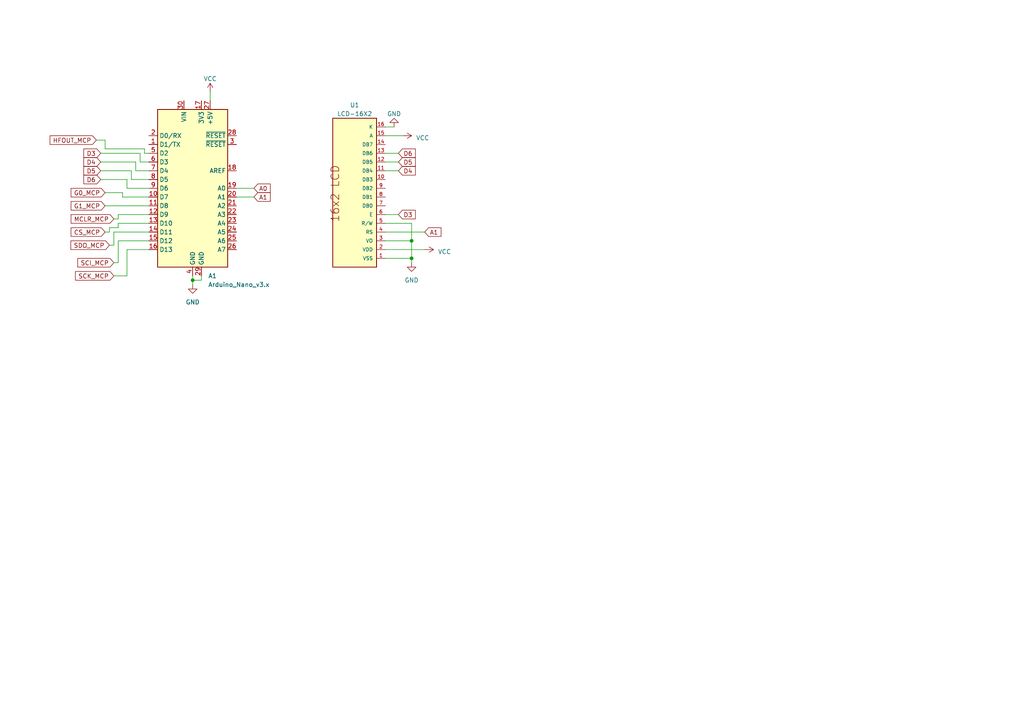
<source format=kicad_sch>
(kicad_sch (version 20230121) (generator eeschema)
  (paper "A4")
  (lib_symbols
    (symbol "Display16x2:LCD-16X2" (pin_names (offset 1.016))
      (property "Reference" "U" (at -7.62 23.368 0))
      (property "Value" "LCD-16X2" (at -7.62 -22.86 0))
      (symbol "LCD-16X2_0_0"
        (rectangle (start -7.62 -20.32) (end 5.08 22.86) (stroke (width 0.254)) (fill (type background)))
        (text "16x2 LCD" (at 3.048 -6.858 900) (effects (font (size 2.286 2.286)) (justify left bottom)))
        (pin power_in line (at -10.16 20.32 0) (length 2.54) (name "VSS") (number "1"))
        (pin bidirectional line (at -10.16 -2.54 0) (length 2.54) (name "DB3") (number "10"))
        (pin bidirectional line (at -10.16 -5.08 0) (length 2.54) (name "DB4") (number "11"))
        (pin bidirectional line (at -10.16 -7.62 0) (length 2.54) (name "DB5") (number "12"))
        (pin bidirectional line (at -10.16 -10.16 0) (length 2.54) (name "DB6") (number "13"))
        (pin bidirectional line (at -10.16 -12.7 0) (length 2.54) (name "DB7") (number "14"))
        (pin power_in line (at -10.16 -15.24 0) (length 2.54) (name "A") (number "15"))
        (pin power_in line (at -10.16 -17.78 0) (length 2.54) (name "K") (number "16"))
        (pin power_in line (at -10.16 17.78 0) (length 2.54) (name "VDD") (number "2"))
        (pin bidirectional line (at -10.16 15.24 0) (length 2.54) (name "VO") (number "3"))
        (pin input line (at -10.16 12.7 0) (length 2.54) (name "RS") (number "4"))
        (pin input line (at -10.16 10.16 0) (length 2.54) (name "R/W") (number "5"))
        (pin input line (at -10.16 7.62 0) (length 2.54) (name "E") (number "6"))
        (pin bidirectional line (at -10.16 5.08 0) (length 2.54) (name "DB0") (number "7"))
        (pin bidirectional line (at -10.16 2.54 0) (length 2.54) (name "DB1") (number "8"))
        (pin bidirectional line (at -10.16 0 0) (length 2.54) (name "DB2") (number "9"))
      )
    )
    (symbol "MCU_Module:Arduino_Nano_v3.x"
      (property "Reference" "A" (at -10.16 23.495 0))
      (property "Value" "Arduino_Nano_v3.x" (at 5.08 -24.13 0))
      (symbol "Arduino_Nano_v3.x_0_1"
        (rectangle (start -10.16 22.86) (end 10.16 -22.86) (stroke (width 0.254)) (fill (type background)))
      )
      (symbol "Arduino_Nano_v3.x_1_1"
        (pin bidirectional line (at -12.7 12.7 0) (length 2.54) (name "D1/TX") (number "1"))
        (pin bidirectional line (at -12.7 -2.54 0) (length 2.54) (name "D7") (number "10"))
        (pin bidirectional line (at -12.7 -5.08 0) (length 2.54) (name "D8") (number "11"))
        (pin bidirectional line (at -12.7 -7.62 0) (length 2.54) (name "D9") (number "12"))
        (pin bidirectional line (at -12.7 -10.16 0) (length 2.54) (name "D10") (number "13"))
        (pin bidirectional line (at -12.7 -12.7 0) (length 2.54) (name "D11") (number "14"))
        (pin bidirectional line (at -12.7 -15.24 0) (length 2.54) (name "D12") (number "15"))
        (pin bidirectional line (at -12.7 -17.78 0) (length 2.54) (name "D13") (number "16"))
        (pin power_out line (at 2.54 25.4 270) (length 2.54) (name "3V3") (number "17"))
        (pin input line (at 12.7 5.08 180) (length 2.54) (name "AREF") (number "18"))
        (pin bidirectional line (at 12.7 0 180) (length 2.54) (name "A0") (number "19"))
        (pin bidirectional line (at -12.7 15.24 0) (length 2.54) (name "D0/RX") (number "2"))
        (pin bidirectional line (at 12.7 -2.54 180) (length 2.54) (name "A1") (number "20"))
        (pin bidirectional line (at 12.7 -5.08 180) (length 2.54) (name "A2") (number "21"))
        (pin bidirectional line (at 12.7 -7.62 180) (length 2.54) (name "A3") (number "22"))
        (pin bidirectional line (at 12.7 -10.16 180) (length 2.54) (name "A4") (number "23"))
        (pin bidirectional line (at 12.7 -12.7 180) (length 2.54) (name "A5") (number "24"))
        (pin bidirectional line (at 12.7 -15.24 180) (length 2.54) (name "A6") (number "25"))
        (pin bidirectional line (at 12.7 -17.78 180) (length 2.54) (name "A7") (number "26"))
        (pin power_out line (at 5.08 25.4 270) (length 2.54) (name "+5V") (number "27"))
        (pin input line (at 12.7 15.24 180) (length 2.54) (name "~{RESET}") (number "28"))
        (pin power_in line (at 2.54 -25.4 90) (length 2.54) (name "GND") (number "29"))
        (pin input line (at 12.7 12.7 180) (length 2.54) (name "~{RESET}") (number "3"))
        (pin power_in line (at -2.54 25.4 270) (length 2.54) (name "VIN") (number "30"))
        (pin power_in line (at 0 -25.4 90) (length 2.54) (name "GND") (number "4"))
        (pin bidirectional line (at -12.7 10.16 0) (length 2.54) (name "D2") (number "5"))
        (pin bidirectional line (at -12.7 7.62 0) (length 2.54) (name "D3") (number "6"))
        (pin bidirectional line (at -12.7 5.08 0) (length 2.54) (name "D4") (number "7"))
        (pin bidirectional line (at -12.7 2.54 0) (length 2.54) (name "D5") (number "8"))
        (pin bidirectional line (at -12.7 0 0) (length 2.54) (name "D6") (number "9"))
      )
    )
    (symbol "power:GND" (power) (pin_names (offset 0))
      (property "Value" "GND" (at 0 -3.81 0))
      (symbol "GND_0_1"
        (polyline (pts (xy 0 0) (xy 0 -1.27) (xy 1.27 -1.27) (xy 0 -2.54) (xy -1.27 -1.27) (xy 0 -1.27)))
      )
      (symbol "GND_1_1"
        (pin power_in line (at 0 0 270) (length 0) hide (name "GND") (number "1"))
      )
    )
    (symbol "power:VCC" (power) (pin_names (offset 0))
      (property "Value" "VCC" (at 0 3.81 0))
      (symbol "VCC_0_1"
        (polyline (pts (xy -0.762 1.27) (xy 0 2.54)))
        (polyline (pts (xy 0 0) (xy 0 2.54)))
        (polyline (pts (xy 0 2.54) (xy 0.762 1.27)))
      )
      (symbol "VCC_1_1"
        (pin power_in line (at 0 0 90) (length 0) hide (name "VCC") (number "1"))
      )
    )
  )
  (junction (at 119.38 74.93))
  (junction (at 55.88 81.28))
  (junction (at 119.38 69.85))
  (wire (pts (xy 111.76 44.45) (xy 115.57 44.45)))
  (wire (pts (xy 31.75 71.12) (xy 33.02 71.12)))
  (wire (pts (xy 43.18 49.53) (xy 39.37 49.53)))
  (wire (pts (xy 39.37 49.53) (xy 39.37 46.99)))
  (wire (pts (xy 43.18 54.61) (xy 36.83 54.61)))
  (wire (pts (xy 68.58 57.15) (xy 73.66 57.15)))
  (wire (pts (xy 43.18 64.77) (xy 34.29 64.77)))
  (wire (pts (xy 34.29 69.85) (xy 43.18 69.85)))
  (wire (pts (xy 43.18 57.15) (xy 35.56 57.15)))
  (wire (pts (xy 38.1 52.07) (xy 38.1 49.53)))
  (wire (pts (xy 111.76 64.77) (xy 119.38 64.77)))
  (wire (pts (xy 111.76 46.99) (xy 115.57 46.99)))
  (wire (pts (xy 43.18 46.99) (xy 40.64 46.99)))
  (wire (pts (xy 38.1 49.53) (xy 29.21 49.53)))
  (wire (pts (xy 40.64 44.45) (xy 29.21 44.45)))
  (wire (pts (xy 119.38 74.93) (xy 119.38 76.2)))
  (wire (pts (xy 119.38 64.77) (xy 119.38 69.85)))
  (wire (pts (xy 60.96 26.67) (xy 60.96 29.21)))
  (wire (pts (xy 35.56 55.88) (xy 30.48 55.88)))
  (wire (pts (xy 36.83 54.61) (xy 36.83 52.07)))
  (wire (pts (xy 34.29 62.23) (xy 34.29 63.5)))
  (wire (pts (xy 68.58 54.61) (xy 73.66 54.61)))
  (wire (pts (xy 36.83 72.39) (xy 43.18 72.39)))
  (wire (pts (xy 30.48 59.69) (xy 43.18 59.69)))
  (wire (pts (xy 36.83 52.07) (xy 29.21 52.07)))
  (wire (pts (xy 43.18 52.07) (xy 38.1 52.07)))
  (wire (pts (xy 111.76 69.85) (xy 119.38 69.85)))
  (wire (pts (xy 31.75 66.04) (xy 31.75 67.31)))
  (wire (pts (xy 58.42 81.28) (xy 55.88 81.28)))
  (wire (pts (xy 33.02 76.2) (xy 34.29 76.2)))
  (wire (pts (xy 33.02 67.31) (xy 43.18 67.31)))
  (wire (pts (xy 36.83 72.39) (xy 36.83 80.01)))
  (wire (pts (xy 34.29 64.77) (xy 34.29 66.04)))
  (wire (pts (xy 111.76 39.37) (xy 116.84 39.37)))
  (wire (pts (xy 34.29 66.04) (xy 31.75 66.04)))
  (wire (pts (xy 111.76 49.53) (xy 115.57 49.53)))
  (wire (pts (xy 39.37 46.99) (xy 29.21 46.99)))
  (wire (pts (xy 33.02 67.31) (xy 33.02 71.12)))
  (wire (pts (xy 40.64 46.99) (xy 40.64 44.45)))
  (wire (pts (xy 55.88 81.28) (xy 55.88 82.55)))
  (wire (pts (xy 34.29 69.85) (xy 34.29 76.2)))
  (wire (pts (xy 111.76 62.23) (xy 115.57 62.23)))
  (wire (pts (xy 43.18 44.45) (xy 41.91 44.45)))
  (wire (pts (xy 111.76 67.31) (xy 123.19 67.31)))
  (wire (pts (xy 41.91 43.18) (xy 30.48 43.18)))
  (wire (pts (xy 30.48 43.18) (xy 30.48 40.64)))
  (wire (pts (xy 111.76 72.39) (xy 123.19 72.39)))
  (wire (pts (xy 41.91 44.45) (xy 41.91 43.18)))
  (wire (pts (xy 34.29 63.5) (xy 33.02 63.5)))
  (wire (pts (xy 55.88 80.01) (xy 55.88 81.28)))
  (wire (pts (xy 58.42 80.01) (xy 58.42 81.28)))
  (wire (pts (xy 27.94 40.64) (xy 30.48 40.64)))
  (wire (pts (xy 111.76 74.93) (xy 119.38 74.93)))
  (wire (pts (xy 33.02 80.01) (xy 36.83 80.01)))
  (wire (pts (xy 119.38 69.85) (xy 119.38 74.93)))
  (wire (pts (xy 35.56 57.15) (xy 35.56 55.88)))
  (wire (pts (xy 43.18 62.23) (xy 34.29 62.23)))
  (wire (pts (xy 111.76 36.83) (xy 114.3 36.83)))
  (wire (pts (xy 30.48 67.31) (xy 31.75 67.31)))
  (global_label "A1" (shape input) (at 73.66 57.15 0) (property "Intersheetrefs" "${INTERSHEET_REFS}" (effects hide)))
  (global_label "D4" (shape input) (at 29.21 46.99 180) (property "Intersheetrefs" "${INTERSHEET_REFS}" (effects hide)))
  (global_label "SDO_MCP" (shape input) (at 31.75 71.12 180) (property "Intersheetrefs" "${INTERSHEET_REFS}" (effects hide)))
  (global_label "SCI_MCP" (shape input) (at 33.02 76.2 180) (property "Intersheetrefs" "${INTERSHEET_REFS}" (effects hide)))
  (global_label "A1" (shape input) (at 123.19 67.31 0) (property "Intersheetrefs" "${INTERSHEET_REFS}" (effects hide)))
  (global_label "D5" (shape input) (at 29.21 49.53 180) (property "Intersheetrefs" "${INTERSHEET_REFS}" (effects hide)))
  (global_label "D3" (shape input) (at 29.21 44.45 180) (property "Intersheetrefs" "${INTERSHEET_REFS}" (effects hide)))
  (global_label "D4" (shape input) (at 115.57 49.53 0) (property "Intersheetrefs" "${INTERSHEET_REFS}" (effects hide)))
  (global_label "A0" (shape input) (at 73.66 54.61 0) (property "Intersheetrefs" "${INTERSHEET_REFS}" (effects hide)))
  (global_label "G0_MCP" (shape input) (at 30.48 55.88 180) (property "Intersheetrefs" "${INTERSHEET_REFS}" (effects hide)))
  (global_label "D5" (shape input) (at 115.57 46.99 0) (property "Intersheetrefs" "${INTERSHEET_REFS}" (effects hide)))
  (global_label "HFOUT_MCP" (shape input) (at 27.94 40.64 180) (property "Intersheetrefs" "${INTERSHEET_REFS}" (effects hide)))
  (global_label "D6" (shape input) (at 115.57 44.45 0) (property "Intersheetrefs" "${INTERSHEET_REFS}" (effects hide)))
  (global_label "CS_MCP" (shape input) (at 30.48 67.31 180) (property "Intersheetrefs" "${INTERSHEET_REFS}" (effects hide)))
  (global_label "G1_MCP" (shape input) (at 30.48 59.69 180) (property "Intersheetrefs" "${INTERSHEET_REFS}" (effects hide)))
  (global_label "D3" (shape input) (at 115.57 62.23 0) (property "Intersheetrefs" "${INTERSHEET_REFS}" (effects hide)))
  (global_label "SCK_MCP" (shape input) (at 33.02 80.01 180) (property "Intersheetrefs" "${INTERSHEET_REFS}" (effects hide)))
  (global_label "MCLR_MCP" (shape input) (at 33.02 63.5 180) (property "Intersheetrefs" "${INTERSHEET_REFS}" (effects hide)))
  (global_label "D6" (shape input) (at 29.21 52.07 180) (property "Intersheetrefs" "${INTERSHEET_REFS}" (effects hide)))
  (symbol (lib_id "power:VCC") (at 60.96 26.67 0) (unit 1)
    (property "Reference" "#PWR02" (effects hide))
    (property "Value" "VCC" (at 60.96 22.86 0))
  )
  (symbol (lib_id "power:GND") (at 55.88 82.55 0) (unit 1)
    (property "Reference" "#PWR01" (effects hide))
    (property "Value" "GND" (at 55.88 87.63 0))
  )
  (symbol (lib_id "MCU_Module:Arduino_Nano_v3.x") (at 55.88 54.61 0) (unit 1)
    (property "Reference" "A1" (at 60.3759 80.01 0) (effects (justify left)))
    (property "Value" "Arduino_Nano_v3.x" (at 60.3759 82.55 0) (effects (justify left)))
    (property "Footprint" "Module:Arduino_Nano" (effects hide))
    (property "Datasheet" "http://www.mouser.com/pdfdocs/Gravitech_Arduino_Nano3_0.pdf" (effects hide))
  )
  (symbol (lib_id "power:GND") (at 119.38 76.2 0) (unit 1)
    (property "Reference" "#PWR03" (effects hide))
    (property "Value" "GND" (at 119.38 81.28 0))
  )
  (symbol (lib_id "Display16x2:LCD-16X2") (at 101.6 54.61 180) (unit 1)
    (property "Reference" "U1" (at 102.87 30.48 0))
    (property "Value" "LCD-16X2" (at 102.87 33.02 0))
  )
  (symbol (lib_id "power:GND") (at 114.3 36.83 180) (unit 1)
    (property "Reference" "#PWR06" (effects hide))
    (property "Value" "GND" (at 114.3 33.02 0))
  )
  (symbol (lib_id "power:VCC") (at 123.19 72.39 270) (unit 1)
    (property "Reference" "#PWR04" (effects hide))
    (property "Value" "VCC" (at 127 73.025 90) (effects (justify left)))
  )
  (symbol (lib_id "power:VCC") (at 116.84 39.37 270) (unit 1)
    (property "Reference" "#PWR05" (effects hide))
    (property "Value" "VCC" (at 120.65 40.005 90) (effects (justify left)))
  )
)
</source>
